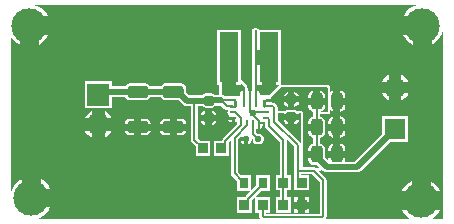
<source format=gtl>
G04*
G04 #@! TF.GenerationSoftware,Altium Limited,Altium Designer,19.1.6 (110)*
G04*
G04 Layer_Physical_Order=1*
G04 Layer_Color=255*
%FSLAX43Y43*%
%MOMM*%
G71*
G01*
G75*
%ADD11C,0.200*%
%ADD13C,0.254*%
%ADD25R,1.900X1.900*%
%ADD26C,1.900*%
%ADD30R,1.640X4.320*%
G04:AMPARAMS|DCode=31|XSize=0.9mm|YSize=0.8mm|CornerRadius=0.2mm|HoleSize=0mm|Usage=FLASHONLY|Rotation=0.000|XOffset=0mm|YOffset=0mm|HoleType=Round|Shape=RoundedRectangle|*
%AMROUNDEDRECTD31*
21,1,0.900,0.400,0,0,0.0*
21,1,0.500,0.800,0,0,0.0*
1,1,0.400,0.250,-0.200*
1,1,0.400,-0.250,-0.200*
1,1,0.400,-0.250,0.200*
1,1,0.400,0.250,0.200*
%
%ADD31ROUNDEDRECTD31*%
G04:AMPARAMS|DCode=32|XSize=1.4mm|YSize=1mm|CornerRadius=0.25mm|HoleSize=0mm|Usage=FLASHONLY|Rotation=270.000|XOffset=0mm|YOffset=0mm|HoleType=Round|Shape=RoundedRectangle|*
%AMROUNDEDRECTD32*
21,1,1.400,0.500,0,0,270.0*
21,1,0.900,1.000,0,0,270.0*
1,1,0.500,-0.250,-0.450*
1,1,0.500,-0.250,0.450*
1,1,0.500,0.250,0.450*
1,1,0.500,0.250,-0.450*
%
%ADD32ROUNDEDRECTD32*%
%ADD33R,0.850X0.900*%
G04:AMPARAMS|DCode=34|XSize=0.5mm|YSize=0.5mm|CornerRadius=0.125mm|HoleSize=0mm|Usage=FLASHONLY|Rotation=270.000|XOffset=0mm|YOffset=0mm|HoleType=Round|Shape=RoundedRectangle|*
%AMROUNDEDRECTD34*
21,1,0.500,0.250,0,0,270.0*
21,1,0.250,0.500,0,0,270.0*
1,1,0.250,-0.125,-0.125*
1,1,0.250,-0.125,0.125*
1,1,0.250,0.125,0.125*
1,1,0.250,0.125,-0.125*
%
%ADD34ROUNDEDRECTD34*%
%ADD35R,0.800X0.950*%
G04:AMPARAMS|DCode=36|XSize=1.8mm|YSize=1mm|CornerRadius=0.25mm|HoleSize=0mm|Usage=FLASHONLY|Rotation=0.000|XOffset=0mm|YOffset=0mm|HoleType=Round|Shape=RoundedRectangle|*
%AMROUNDEDRECTD36*
21,1,1.800,0.500,0,0,0.0*
21,1,1.300,1.000,0,0,0.0*
1,1,0.500,0.650,-0.250*
1,1,0.500,-0.650,-0.250*
1,1,0.500,-0.650,0.250*
1,1,0.500,0.650,0.250*
%
%ADD36ROUNDEDRECTD36*%
%ADD37O,0.600X0.250*%
%ADD38O,0.250X0.600*%
%ADD39O,0.250X1.250*%
%ADD40O,0.250X1.600*%
%ADD41C,0.500*%
%ADD42C,0.381*%
%ADD43R,1.800X1.800*%
%ADD44C,1.800*%
%ADD45C,3.000*%
%ADD46C,0.600*%
G36*
X19320Y11540D02*
X19740D01*
Y11760D01*
X20075Y11425D01*
X20119Y11133D01*
X20100Y11136D01*
Y10325D01*
X19900D01*
Y11136D01*
X19873Y11131D01*
X19766Y11059D01*
X19694Y10952D01*
X19669Y10825D01*
Y10600D01*
X18350D01*
X18230Y10680D01*
X18100Y10706D01*
Y11540D01*
X18120D01*
Y13900D01*
X19320D01*
Y11540D01*
D02*
G37*
G36*
X21060Y16200D02*
Y14500D01*
X22080D01*
Y13900D01*
X22680D01*
Y11540D01*
X22940D01*
X22100Y10700D01*
X21331D01*
Y10825D01*
X21306Y10952D01*
X21234Y11059D01*
X21127Y11131D01*
X21100Y11136D01*
Y10325D01*
X20900D01*
Y11136D01*
X20900Y11136D01*
X20900Y16200D01*
X21060D01*
D02*
G37*
G36*
X34408Y18271D02*
X34095Y18104D01*
X33821Y17879D01*
X33596Y17605D01*
X33487Y17400D01*
X35100D01*
Y16600D01*
X35900D01*
Y14987D01*
X36105Y15096D01*
X36379Y15321D01*
X36604Y15595D01*
X36771Y15908D01*
X36845Y16152D01*
Y255D01*
X35928D01*
X36005Y296D01*
X36279Y521D01*
X36504Y795D01*
X36613Y1000D01*
X33387D01*
X33496Y795D01*
X33721Y521D01*
X33995Y296D01*
X34072Y255D01*
X26919D01*
X26983Y350D01*
X27006Y467D01*
X27006Y467D01*
Y3500D01*
X27006Y3500D01*
X26983Y3617D01*
X26916Y3716D01*
X26916Y3716D01*
X26336Y4296D01*
X26413Y4312D01*
X26479Y4356D01*
X26524Y4422D01*
X26524Y4422D01*
X26540Y4461D01*
X26701Y4301D01*
X26849Y4201D01*
X27025Y4166D01*
X29575D01*
X29751Y4201D01*
X29899Y4301D01*
X32349Y6750D01*
X33900D01*
Y8950D01*
X31700D01*
Y7399D01*
X29385Y5084D01*
X28526D01*
X28559Y5250D01*
Y5400D01*
X27850D01*
X27141D01*
Y5250D01*
X27164Y5135D01*
X26859Y5440D01*
Y6150D01*
X26824Y6326D01*
X26724Y6474D01*
X26576Y6574D01*
X26456Y6598D01*
Y7102D01*
X26576Y7126D01*
X26724Y7226D01*
X26824Y7374D01*
X26859Y7550D01*
Y8450D01*
X26824Y8626D01*
X26724Y8774D01*
X26576Y8874D01*
X26456Y8898D01*
Y9096D01*
X27100D01*
X27178Y9112D01*
X27244Y9156D01*
X27288Y9222D01*
X27304Y9300D01*
Y9407D01*
X27424Y9326D01*
X27527Y9306D01*
D01*
X27550Y9301D01*
Y10200D01*
Y11099D01*
X27527Y11094D01*
D01*
X27424Y11074D01*
X27304Y10993D01*
Y11300D01*
X27304Y11300D01*
X27288Y11378D01*
X27244Y11444D01*
X27244Y11444D01*
X27144Y11544D01*
X27078Y11588D01*
X27000Y11604D01*
X23138D01*
X23138Y11604D01*
X23131Y11603D01*
X23128Y11618D01*
X23100Y11661D01*
Y16260D01*
X21252D01*
X21248Y16278D01*
X21204Y16344D01*
X21138Y16388D01*
X21060Y16404D01*
X20900D01*
X20822Y16388D01*
X20756Y16344D01*
X20712Y16278D01*
X20696Y16200D01*
X20696Y11136D01*
X20696Y11136D01*
Y11085D01*
X20627Y11131D01*
X20600Y11136D01*
Y10150D01*
X20400D01*
Y11136D01*
X20373Y11131D01*
X20319Y11095D01*
Y11128D01*
X20321Y11163D01*
X20277Y11456D01*
X20268Y11479D01*
X20263Y11503D01*
X20255Y11516D01*
X20250Y11530D01*
X20233Y11549D01*
X20219Y11569D01*
X19884Y11904D01*
X19884Y11904D01*
X19818Y11948D01*
X19740Y11964D01*
Y16260D01*
X17700D01*
Y11540D01*
X17896D01*
Y10715D01*
X17554D01*
X17538Y10738D01*
X17406Y10827D01*
X17250Y10858D01*
X16750D01*
X16594Y10827D01*
X16462Y10738D01*
X16442Y10709D01*
X15340D01*
X15109Y10940D01*
Y11250D01*
X15074Y11426D01*
X14974Y11574D01*
X14826Y11674D01*
X14650Y11709D01*
X13350D01*
X13174Y11674D01*
X13026Y11574D01*
X12948Y11459D01*
X12052D01*
X11974Y11574D01*
X11826Y11674D01*
X11650Y11709D01*
X10350D01*
X10174Y11674D01*
X10026Y11574D01*
X9948Y11459D01*
X8800D01*
Y11900D01*
X6500D01*
Y9600D01*
X8800D01*
Y10541D01*
X9948D01*
X10026Y10426D01*
X10174Y10326D01*
X10350Y10291D01*
X11650D01*
X11826Y10326D01*
X11974Y10426D01*
X12052Y10541D01*
X12948D01*
X13026Y10426D01*
X13174Y10326D01*
X13350Y10291D01*
X14460D01*
X14826Y9926D01*
X14974Y9826D01*
X15150Y9791D01*
X15494D01*
Y6950D01*
X15494Y6950D01*
X15517Y6833D01*
X15584Y6734D01*
X15900Y6417D01*
Y5550D01*
X17150D01*
Y6850D01*
X16333D01*
X16106Y7077D01*
Y7394D01*
Y8700D01*
Y9791D01*
X16442D01*
X16462Y9762D01*
X16594Y9673D01*
X16750Y9642D01*
X17250D01*
X17406Y9673D01*
X17538Y9762D01*
X17562Y9797D01*
X18055D01*
X18076Y9802D01*
X18347Y9531D01*
X18347Y9531D01*
X18446Y9465D01*
X18563Y9442D01*
X18563Y9442D01*
X18673D01*
X18622Y9365D01*
X18597Y9238D01*
X18622Y9111D01*
X18694Y9004D01*
X18717Y8988D01*
X18694Y8972D01*
X18622Y8865D01*
X18617Y8838D01*
X19103D01*
Y8738D01*
X19203D01*
Y8407D01*
X19278D01*
X19405Y8432D01*
X19419Y8441D01*
Y8270D01*
X18184Y7035D01*
X18117Y6936D01*
X18100Y6850D01*
X17450D01*
Y5550D01*
X18700D01*
Y6495D01*
X18706Y6525D01*
X18706Y6525D01*
Y6692D01*
X18894Y6880D01*
Y4075D01*
X18894Y4075D01*
X18917Y3958D01*
X18984Y3859D01*
X19375Y3467D01*
Y2625D01*
X20575D01*
Y3975D01*
X19733D01*
X19506Y4202D01*
Y5100D01*
Y6992D01*
X19514Y7000D01*
X19775Y7261D01*
X19769Y7252D01*
X19752Y7165D01*
X20200D01*
Y7000D01*
X20365D01*
Y6552D01*
X20452Y6569D01*
X20559Y6641D01*
X20573Y6661D01*
D01*
X20631Y6748D01*
X20656Y6875D01*
Y7111D01*
X20744Y7024D01*
Y6875D01*
X20769Y6748D01*
X20841Y6641D01*
X20948Y6569D01*
X21075Y6544D01*
X21325D01*
X21452Y6569D01*
X21559Y6641D01*
X21631Y6748D01*
X21656Y6875D01*
Y7125D01*
X21631Y7252D01*
X21559Y7359D01*
X21452Y7431D01*
X21325Y7456D01*
X21176D01*
X21056Y7577D01*
Y7644D01*
Y7766D01*
Y7907D01*
X21123Y7862D01*
X21150Y7857D01*
Y8000D01*
Y8344D01*
D01*
X21250D01*
Y8443D01*
X21581D01*
Y8455D01*
X21598Y8444D01*
X21725Y8419D01*
X21794D01*
Y8100D01*
X21794Y8100D01*
X21817Y7983D01*
X21884Y7884D01*
X23019Y6748D01*
Y3950D01*
X22700D01*
Y2650D01*
X23019D01*
Y2050D01*
X22700D01*
Y750D01*
X23950D01*
Y2050D01*
X23631D01*
Y2650D01*
X23950D01*
Y3950D01*
X23631D01*
Y6875D01*
X23631Y6875D01*
X23616Y6952D01*
X24244Y6323D01*
Y4300D01*
Y3625D01*
X24244Y3625D01*
X24250Y3595D01*
Y2650D01*
X25500D01*
Y3950D01*
X24856D01*
Y3994D01*
X25773D01*
X26394Y3373D01*
Y2300D01*
D01*
Y656D01*
X21881D01*
Y750D01*
X22200D01*
Y2050D01*
X20950D01*
Y750D01*
X21269D01*
Y467D01*
X21269Y467D01*
X21292Y350D01*
X21356Y255D01*
X2448D01*
X2692Y329D01*
X3005Y496D01*
X3279Y721D01*
X3504Y995D01*
X3613Y1200D01*
X2000D01*
Y2000D01*
X1200D01*
Y3613D01*
X995Y3504D01*
X721Y3279D01*
X496Y3005D01*
X329Y2692D01*
X255Y2448D01*
Y15672D01*
X296Y15595D01*
X521Y15321D01*
X795Y15096D01*
X1000Y14987D01*
Y16600D01*
X1800D01*
Y17400D01*
X3413D01*
X3304Y17605D01*
X3079Y17879D01*
X2805Y18104D01*
X2492Y18271D01*
X2248Y18345D01*
X34652D01*
X34408Y18271D01*
D02*
G37*
G36*
X27100Y11300D02*
Y9300D01*
X26456D01*
Y9302D01*
X26576Y9326D01*
X26724Y9426D01*
X26824Y9574D01*
X26859Y9750D01*
Y9900D01*
X26150D01*
Y10200D01*
D01*
Y9900D01*
X25441D01*
Y9750D01*
X25476Y9574D01*
X25576Y9426D01*
X25724Y9326D01*
X25844Y9302D01*
Y9300D01*
Y8898D01*
X25724Y8874D01*
X25576Y8774D01*
X25476Y8626D01*
X25441Y8450D01*
Y8300D01*
X26150D01*
Y7700D01*
X25441D01*
Y7550D01*
X25476Y7374D01*
X25576Y7226D01*
X25724Y7126D01*
X25844Y7102D01*
Y6598D01*
X25724Y6574D01*
X25576Y6474D01*
X25476Y6326D01*
X25441Y6150D01*
Y6000D01*
X26150D01*
Y5400D01*
X25441D01*
Y5250D01*
X25476Y5074D01*
X25576Y4926D01*
X25724Y4826D01*
X25900Y4791D01*
X26210D01*
X26384Y4617D01*
X26335Y4500D01*
X26133D01*
X26116Y4516D01*
X26017Y4583D01*
X25900Y4606D01*
X25900Y4606D01*
X25000D01*
Y9300D01*
X24900Y9400D01*
X24446D01*
X24406Y9427D01*
X24250Y9458D01*
X23750D01*
X23594Y9427D01*
X23554Y9400D01*
X22856D01*
Y9650D01*
X22856Y9650D01*
X22833Y9767D01*
X22766Y9866D01*
X22766Y9866D01*
X22666Y9966D01*
X22567Y10033D01*
X22450Y10056D01*
X22450Y10056D01*
X22336D01*
X22381Y10123D01*
X22386Y10150D01*
X21900D01*
Y10350D01*
X22386D01*
X22381Y10377D01*
X22309Y10484D01*
X22257Y10519D01*
X23138Y11400D01*
X27000D01*
X27100Y11300D01*
D02*
G37*
G36*
X24796Y6622D02*
X24766Y6666D01*
X24716Y6716D01*
X23000Y8433D01*
X22856Y8577D01*
Y9196D01*
X23371D01*
X23355Y9115D01*
X24645D01*
X24629Y9196D01*
X24796D01*
Y6622D01*
D02*
G37*
%LPC*%
G36*
X21480Y13300D02*
X21060D01*
Y11540D01*
X21480D01*
Y13300D01*
D02*
G37*
G36*
X34300Y15800D02*
X33487D01*
X33596Y15595D01*
X33821Y15321D01*
X34095Y15096D01*
X34300Y14987D01*
Y15800D01*
D02*
G37*
G36*
X3413D02*
X2600D01*
Y14987D01*
X2805Y15096D01*
X3079Y15321D01*
X3304Y15595D01*
X3413Y15800D01*
D02*
G37*
G36*
X33300Y12442D02*
Y11850D01*
X33892D01*
X33848Y11955D01*
X33656Y12206D01*
X33405Y12398D01*
X33300Y12442D01*
D02*
G37*
G36*
X32300D02*
X32195Y12398D01*
X31944Y12206D01*
X31752Y11955D01*
X31708Y11850D01*
X32300D01*
Y12442D01*
D02*
G37*
G36*
X28150Y11099D02*
Y10500D01*
X28559D01*
Y10650D01*
X28524Y10826D01*
X28424Y10974D01*
X28276Y11074D01*
X28150Y11099D01*
D02*
G37*
G36*
X33892Y10850D02*
X33300D01*
Y10258D01*
X33405Y10302D01*
X33656Y10494D01*
X33848Y10745D01*
X33892Y10850D01*
D02*
G37*
G36*
X32300D02*
X31708D01*
X31752Y10745D01*
X31944Y10494D01*
X32195Y10302D01*
X32300Y10258D01*
Y10850D01*
D02*
G37*
G36*
X28559Y9900D02*
X28150D01*
Y9301D01*
X28276Y9326D01*
X28424Y9426D01*
X28524Y9574D01*
X28559Y9750D01*
Y9900D01*
D02*
G37*
G36*
X17265Y9355D02*
Y9015D01*
X17645D01*
X17627Y9106D01*
X17539Y9238D01*
X17406Y9327D01*
X17265Y9355D01*
D02*
G37*
G36*
X16735D02*
X16594Y9327D01*
X16462Y9238D01*
X16373Y9106D01*
X16355Y9015D01*
X16735D01*
Y9355D01*
D02*
G37*
G36*
X27550Y8899D02*
X27527Y8894D01*
D01*
X27424Y8874D01*
X27276Y8774D01*
X27176Y8626D01*
X27141Y8450D01*
Y8300D01*
X27550D01*
D01*
Y8899D01*
D02*
G37*
G36*
X8200Y9375D02*
Y8800D01*
X8775D01*
X8742Y8880D01*
X8542Y9142D01*
X8280Y9342D01*
X8200Y9375D01*
D02*
G37*
G36*
X7100Y9375D02*
X7020Y9342D01*
X6758Y9142D01*
X6558Y8880D01*
X6525Y8800D01*
X7100D01*
Y9375D01*
D02*
G37*
G36*
X19003Y8638D02*
X18617D01*
X18622Y8611D01*
X18694Y8504D01*
X18801Y8432D01*
X18928Y8407D01*
X19003D01*
Y8638D01*
D02*
G37*
G36*
X14650Y8709D02*
X14300D01*
Y8300D01*
X15099D01*
X15074Y8426D01*
X14974Y8574D01*
X14826Y8674D01*
X14650Y8709D01*
D02*
G37*
G36*
X13700D02*
X13350D01*
X13174Y8674D01*
X13026Y8574D01*
X12926Y8426D01*
X12901Y8300D01*
X13700D01*
Y8709D01*
D02*
G37*
G36*
X11650D02*
X11300D01*
Y8300D01*
X12099D01*
X12074Y8426D01*
X11974Y8574D01*
X11826Y8674D01*
X11650Y8709D01*
D02*
G37*
G36*
X10700D02*
X10350D01*
X10174Y8674D01*
X10026Y8574D01*
X9926Y8426D01*
X9901Y8300D01*
X10700D01*
Y8709D01*
D02*
G37*
G36*
X28150Y8899D02*
Y8300D01*
X28559D01*
Y8450D01*
X28524Y8626D01*
X28424Y8774D01*
X28276Y8874D01*
X28150Y8899D01*
D02*
G37*
G36*
X17645Y8485D02*
X17265D01*
Y8145D01*
X17406Y8173D01*
X17539Y8262D01*
X17627Y8394D01*
X17629Y8407D01*
X17645Y8485D01*
D02*
G37*
G36*
X16735D02*
X16355D01*
X16373Y8394D01*
X16462Y8262D01*
X16594Y8173D01*
X16735Y8145D01*
Y8485D01*
D02*
G37*
G36*
X21581Y8243D02*
X21350D01*
Y7857D01*
X21377Y7862D01*
X21484Y7934D01*
X21556Y8042D01*
X21581Y8168D01*
Y8243D01*
D02*
G37*
G36*
X15099Y7700D02*
X14300D01*
Y7291D01*
X14650D01*
X14826Y7326D01*
X14974Y7426D01*
X15074Y7574D01*
X15099Y7700D01*
Y7700D01*
D02*
G37*
G36*
X13700D02*
X12901D01*
X12926Y7574D01*
X13026Y7426D01*
X13174Y7326D01*
X13350Y7291D01*
X13700D01*
Y7700D01*
D02*
G37*
G36*
X12099D02*
X11300D01*
Y7291D01*
X11650D01*
X11826Y7326D01*
X11974Y7426D01*
X12074Y7574D01*
X12099Y7700D01*
Y7700D01*
D02*
G37*
G36*
X10700D02*
X9901D01*
X9926Y7574D01*
X10026Y7426D01*
X10174Y7326D01*
X10350Y7291D01*
X10700D01*
Y7700D01*
D02*
G37*
G36*
X7100Y7700D02*
X6525D01*
X6558Y7620D01*
X6758Y7358D01*
X7020Y7158D01*
X7100Y7125D01*
Y7700D01*
D02*
G37*
G36*
X8775D02*
X8200D01*
Y7125D01*
X8280Y7158D01*
X8542Y7358D01*
X8742Y7620D01*
X8775Y7700D01*
D02*
G37*
G36*
X28559Y7700D02*
X28150D01*
Y7101D01*
X28276Y7126D01*
X28424Y7226D01*
X28524Y7374D01*
X28559Y7550D01*
Y7700D01*
D02*
G37*
G36*
X27550D02*
X27141D01*
Y7550D01*
X27176Y7374D01*
X27276Y7226D01*
X27424Y7126D01*
X27527Y7106D01*
D01*
X27550Y7101D01*
Y7700D01*
D02*
G37*
G36*
Y6599D02*
X27527Y6594D01*
D01*
X27424Y6574D01*
X27276Y6474D01*
X27176Y6326D01*
X27141Y6150D01*
Y6000D01*
X27550D01*
Y6000D01*
Y6599D01*
D02*
G37*
G36*
X20035Y6835D02*
X19752D01*
X19769Y6748D01*
X19841Y6641D01*
X19948Y6569D01*
X20035Y6552D01*
Y6835D01*
D02*
G37*
G36*
X28150Y6599D02*
Y6000D01*
X28559D01*
Y6150D01*
X28524Y6326D01*
X28424Y6474D01*
X28276Y6574D01*
X28150Y6599D01*
D02*
G37*
G36*
X2800Y3613D02*
Y2800D01*
X3613D01*
X3504Y3005D01*
X3279Y3279D01*
X3005Y3504D01*
X2800Y3613D01*
D02*
G37*
G36*
X35800Y3413D02*
Y2600D01*
X36613D01*
X36504Y2805D01*
X36279Y3079D01*
X36005Y3304D01*
X35800Y3413D01*
D02*
G37*
G36*
X34200D02*
X33995Y3304D01*
X33721Y3079D01*
X33496Y2805D01*
X33387Y2600D01*
X34200D01*
Y3413D01*
D02*
G37*
G36*
X25500Y2050D02*
X25175D01*
Y1700D01*
X25500D01*
Y2050D01*
D02*
G37*
G36*
X24575D02*
X24250D01*
Y1700D01*
X24575D01*
Y2050D01*
D02*
G37*
G36*
X25500Y1100D02*
X25175D01*
Y750D01*
X25500D01*
Y1100D01*
D02*
G37*
G36*
X24575D02*
X24250D01*
Y750D01*
X24575D01*
Y1100D01*
D02*
G37*
G36*
X22225Y3975D02*
X21025D01*
Y3058D01*
X20134Y2166D01*
X20067Y2067D01*
X20064Y2050D01*
X19400D01*
Y750D01*
X20650D01*
Y1695D01*
X20656Y1725D01*
X20656Y1725D01*
Y1823D01*
X21458Y2625D01*
X22225D01*
Y3975D01*
D02*
G37*
G36*
X24265Y10955D02*
Y10615D01*
X24645D01*
X24627Y10706D01*
X24538Y10838D01*
X24406Y10927D01*
X24265Y10955D01*
D02*
G37*
G36*
X23735D02*
X23594Y10927D01*
X23462Y10838D01*
X23373Y10706D01*
X23355Y10615D01*
X23735D01*
Y10955D01*
D02*
G37*
G36*
X26450Y11099D02*
Y10500D01*
X26859D01*
Y10650D01*
X26824Y10826D01*
X26724Y10974D01*
X26576Y11074D01*
X26450Y11099D01*
D02*
G37*
G36*
X25850Y11099D02*
X25724Y11074D01*
X25576Y10974D01*
X25476Y10826D01*
X25441Y10650D01*
Y10500D01*
X25850D01*
Y11099D01*
D02*
G37*
G36*
X24645Y10085D02*
X24265D01*
Y9745D01*
X24406Y9773D01*
X24538Y9862D01*
X24627Y9994D01*
X24645Y10085D01*
D02*
G37*
G36*
X23735D02*
X23355D01*
X23373Y9994D01*
X23462Y9862D01*
X23594Y9773D01*
X23735Y9745D01*
Y10085D01*
D02*
G37*
G36*
X24645Y8585D02*
X24265D01*
Y8245D01*
X24406Y8273D01*
X24539Y8362D01*
X24627Y8494D01*
X24645Y8585D01*
D02*
G37*
G36*
X23735D02*
X23355D01*
X23373Y8494D01*
X23462Y8362D01*
X23594Y8273D01*
X23735Y8245D01*
Y8585D01*
D02*
G37*
%LPD*%
D11*
X20518Y9250D02*
X21250Y8519D01*
X20510Y9259D02*
X20518Y9250D01*
X21900D01*
X21692Y350D02*
X26583D01*
X21575Y467D02*
X21692Y350D01*
X26583D02*
X26700Y467D01*
X24550Y4300D02*
Y6450D01*
Y3625D02*
Y4300D01*
X21575Y467D02*
Y1400D01*
X24550Y4300D02*
X25900D01*
X26700Y3500D01*
Y467D02*
Y3500D01*
X22550Y8450D02*
X24550Y6450D01*
X22550Y8450D02*
Y9650D01*
X20500Y10150D02*
X20510Y10140D01*
Y9259D02*
Y10140D01*
X21250Y8344D02*
Y8519D01*
X21000Y10325D02*
Y10825D01*
X19725Y3550D02*
X19975Y3300D01*
X19200Y4075D02*
X19725Y3550D01*
X19200Y4075D02*
Y7119D01*
X20250Y8168D01*
X22100Y8100D02*
Y8700D01*
Y8100D02*
X23325Y6875D01*
Y3300D02*
Y6875D01*
X26150Y5500D02*
Y5700D01*
X24875Y3275D02*
Y3300D01*
X21900Y9750D02*
X22450D01*
X22550Y9650D01*
X21725Y9773D02*
Y9775D01*
Y9773D02*
X21748Y9750D01*
X21900D01*
X22075Y10250D02*
X22085Y10260D01*
X21900Y10250D02*
X22075D01*
X26000Y10350D02*
X26150Y10200D01*
X20025Y1400D02*
X20350Y1725D01*
Y1950D01*
X21625Y3225D01*
Y3300D01*
X20250Y8168D02*
Y8344D01*
X24550Y3625D02*
X24875Y3300D01*
X26150Y5700D02*
Y8000D01*
Y10200D01*
X23325Y1400D02*
Y3300D01*
X23910Y10260D02*
X24000Y10350D01*
X18055Y10256D02*
X18563Y9748D01*
X19093D01*
X19103Y9738D01*
X18055Y10256D02*
X18060Y10262D01*
X19103D01*
X20750Y7450D02*
X21200Y7000D01*
X20750Y7450D02*
Y8344D01*
X19740Y8353D02*
X19750Y8344D01*
X19740Y8353D02*
Y8776D01*
X19278Y9238D02*
X19740Y8776D01*
X19103Y9238D02*
X19278D01*
X18075Y6200D02*
X18400Y6525D01*
Y6819D01*
X19750Y8168D01*
Y8344D01*
X15800Y6950D02*
Y10250D01*
Y6950D02*
X16525Y6225D01*
Y6200D02*
Y6225D01*
X22080Y13900D02*
X22100Y13880D01*
X18700Y13880D02*
X18720Y13900D01*
X20000Y10325D02*
Y10825D01*
X7650Y10750D02*
X7900Y11000D01*
X14000D02*
X14400D01*
D13*
X19275Y9775D02*
Y10225D01*
X21725Y9775D02*
Y10225D01*
D25*
X7650Y10750D02*
D03*
D26*
Y8250D02*
D03*
D30*
X18720Y13900D02*
D03*
X22080D02*
D03*
D31*
X24000Y8850D02*
D03*
X24000Y10350D02*
D03*
X17000Y8750D02*
D03*
X17000Y10250D02*
D03*
D32*
X26150Y5700D02*
D03*
X27850D02*
D03*
X26150Y8000D02*
D03*
X27850D02*
D03*
X26150Y10200D02*
D03*
X27850D02*
D03*
D33*
X23325Y1400D02*
D03*
X24875D02*
D03*
Y3300D02*
D03*
X23325D02*
D03*
X21575Y1400D02*
D03*
X20025D02*
D03*
X16525Y6200D02*
D03*
X18075D02*
D03*
D34*
X21200Y7000D02*
D03*
X20200D02*
D03*
D35*
X19975Y3300D02*
D03*
X21625D02*
D03*
D36*
X11000Y8000D02*
D03*
Y11000D02*
D03*
X14000Y8000D02*
D03*
Y11000D02*
D03*
D37*
X19103Y10262D02*
D03*
X21900Y8750D02*
D03*
Y9250D02*
D03*
Y9750D02*
D03*
Y10250D02*
D03*
X19103Y9738D02*
D03*
Y9238D02*
D03*
Y8738D02*
D03*
D38*
X19750Y8344D02*
D03*
X20250D02*
D03*
X20750D02*
D03*
X21250D02*
D03*
D39*
X21000Y10325D02*
D03*
X20000D02*
D03*
D40*
X20500Y10150D02*
D03*
D41*
X27025Y4625D02*
X29575D01*
X32800Y7850D01*
X26150Y5500D02*
X27025Y4625D01*
X15800Y10250D02*
X17000D01*
X15150D02*
X15800D01*
X7900Y11000D02*
X11000D01*
X14000D01*
X14400D02*
X15150Y10250D01*
X17006Y10256D02*
X18055D01*
D42*
X17000Y10250D02*
X17006Y10256D01*
D43*
X32800Y7850D02*
D03*
D44*
Y11350D02*
D03*
D45*
X35000Y1800D02*
D03*
X2000Y2000D02*
D03*
X1800Y16600D02*
D03*
X35100D02*
D03*
D46*
X34000Y13000D02*
D03*
X35000Y11000D02*
D03*
Y7000D02*
D03*
X34000Y5000D02*
D03*
X32000Y17000D02*
D03*
X33000Y15000D02*
D03*
X32000Y13000D02*
D03*
Y5000D02*
D03*
X33000Y3000D02*
D03*
X32000Y1000D02*
D03*
X30000Y17000D02*
D03*
X31000Y15000D02*
D03*
X30000Y13000D02*
D03*
X31000Y11000D02*
D03*
X30000Y9000D02*
D03*
X31000Y3000D02*
D03*
X30000Y1000D02*
D03*
X28000Y17000D02*
D03*
X29000Y15000D02*
D03*
X28000Y13000D02*
D03*
X29000Y3000D02*
D03*
X28000Y1000D02*
D03*
X26000Y17000D02*
D03*
X27000Y15000D02*
D03*
X26000Y13000D02*
D03*
X27000Y7000D02*
D03*
X24000Y17000D02*
D03*
X25000Y15000D02*
D03*
X24000Y13000D02*
D03*
X22000Y17000D02*
D03*
Y5000D02*
D03*
X20000Y17000D02*
D03*
X18000D02*
D03*
Y5000D02*
D03*
X19000Y3000D02*
D03*
X18000Y1000D02*
D03*
X16000Y17000D02*
D03*
X17000Y15000D02*
D03*
X16000Y13000D02*
D03*
Y5000D02*
D03*
X17000Y3000D02*
D03*
X16000Y1000D02*
D03*
X14000Y17000D02*
D03*
X15000Y15000D02*
D03*
X14000Y13000D02*
D03*
Y9000D02*
D03*
Y5000D02*
D03*
X15000Y3000D02*
D03*
X14000Y1000D02*
D03*
X12000Y17000D02*
D03*
X13000Y15000D02*
D03*
X12000Y13000D02*
D03*
Y9000D02*
D03*
Y5000D02*
D03*
X13000Y3000D02*
D03*
X12000Y1000D02*
D03*
X10000Y17000D02*
D03*
X11000Y15000D02*
D03*
X10000Y13000D02*
D03*
Y9000D02*
D03*
Y5000D02*
D03*
X11000Y3000D02*
D03*
X10000Y1000D02*
D03*
X8000Y17000D02*
D03*
X9000Y15000D02*
D03*
X8000Y13000D02*
D03*
X9000Y7000D02*
D03*
X8000Y5000D02*
D03*
X9000Y3000D02*
D03*
X8000Y1000D02*
D03*
X6000Y17000D02*
D03*
X7000Y15000D02*
D03*
X6000Y13000D02*
D03*
Y9000D02*
D03*
Y5000D02*
D03*
X7000Y3000D02*
D03*
X6000Y1000D02*
D03*
X4000Y17000D02*
D03*
X5000Y15000D02*
D03*
X4000Y13000D02*
D03*
X5000Y11000D02*
D03*
X4000Y9000D02*
D03*
X5000Y7000D02*
D03*
X4000Y5000D02*
D03*
X5000Y3000D02*
D03*
X4000Y1000D02*
D03*
X2000Y13000D02*
D03*
X3000Y11000D02*
D03*
X2000Y9000D02*
D03*
X3000Y7000D02*
D03*
X2000Y5000D02*
D03*
X26000Y1100D02*
D03*
Y1900D02*
D03*
X28900Y5700D02*
D03*
Y6400D02*
D03*
Y7100D02*
D03*
Y7800D02*
D03*
Y8500D02*
D03*
X28925Y9225D02*
D03*
Y9950D02*
D03*
Y10675D02*
D03*
X24450Y7775D02*
D03*
X22075Y6375D02*
D03*
X22475Y6850D02*
D03*
X22025Y7300D02*
D03*
X19800Y5500D02*
D03*
X20400D02*
D03*
Y6100D02*
D03*
X19800D02*
D03*
X18000Y8400D02*
D03*
X18400Y8000D02*
D03*
X17800Y7600D02*
D03*
X17100D02*
D03*
X16400D02*
D03*
X14900Y5900D02*
D03*
Y6800D02*
D03*
X14400Y6300D02*
D03*
X13900Y6800D02*
D03*
X13800Y6000D02*
D03*
X13300Y6400D02*
D03*
X12800Y6800D02*
D03*
Y6000D02*
D03*
X12300Y6400D02*
D03*
X11800Y6800D02*
D03*
Y6000D02*
D03*
X11300Y6400D02*
D03*
X10800Y6800D02*
D03*
Y6000D02*
D03*
X10300Y6400D02*
D03*
X9800Y6000D02*
D03*
Y6800D02*
D03*
X20800Y9200D02*
D03*
M02*

</source>
